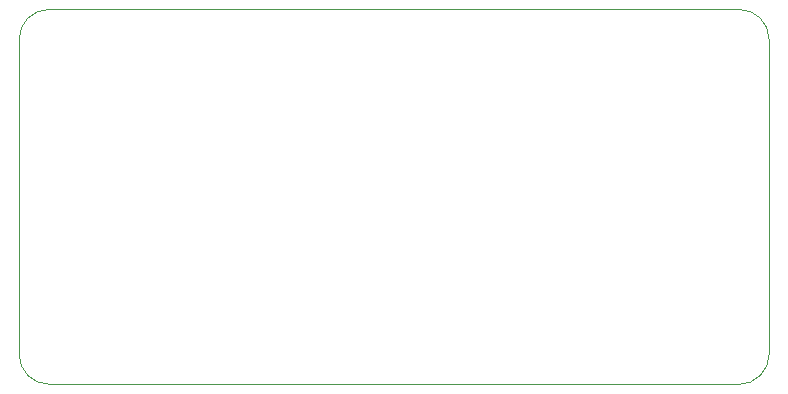
<source format=gbr>
%TF.GenerationSoftware,KiCad,Pcbnew,(5.1.6)-1*%
%TF.CreationDate,2020-10-21T10:45:24-05:00*%
%TF.ProjectId,esp-rgb-controller,6573702d-7267-4622-9d63-6f6e74726f6c,rev?*%
%TF.SameCoordinates,Original*%
%TF.FileFunction,Profile,NP*%
%FSLAX46Y46*%
G04 Gerber Fmt 4.6, Leading zero omitted, Abs format (unit mm)*
G04 Created by KiCad (PCBNEW (5.1.6)-1) date 2020-10-21 10:45:24*
%MOMM*%
%LPD*%
G01*
G04 APERTURE LIST*
%TA.AperFunction,Profile*%
%ADD10C,0.050000*%
%TD*%
G04 APERTURE END LIST*
D10*
X189865000Y-119380000D02*
X189865000Y-92710000D01*
X128905000Y-121920000D02*
X187325000Y-121920000D01*
X126365000Y-92710000D02*
X126365000Y-119380000D01*
X187325000Y-90170000D02*
X128905000Y-90170000D01*
X189865000Y-119380000D02*
G75*
G02*
X187325000Y-121920000I-2540000J0D01*
G01*
X128905000Y-121920000D02*
G75*
G02*
X126365000Y-119380000I0J2540000D01*
G01*
X126365000Y-92710000D02*
G75*
G02*
X128905000Y-90170000I2540000J0D01*
G01*
X187325000Y-90170000D02*
G75*
G02*
X189865000Y-92710000I0J-2540000D01*
G01*
M02*

</source>
